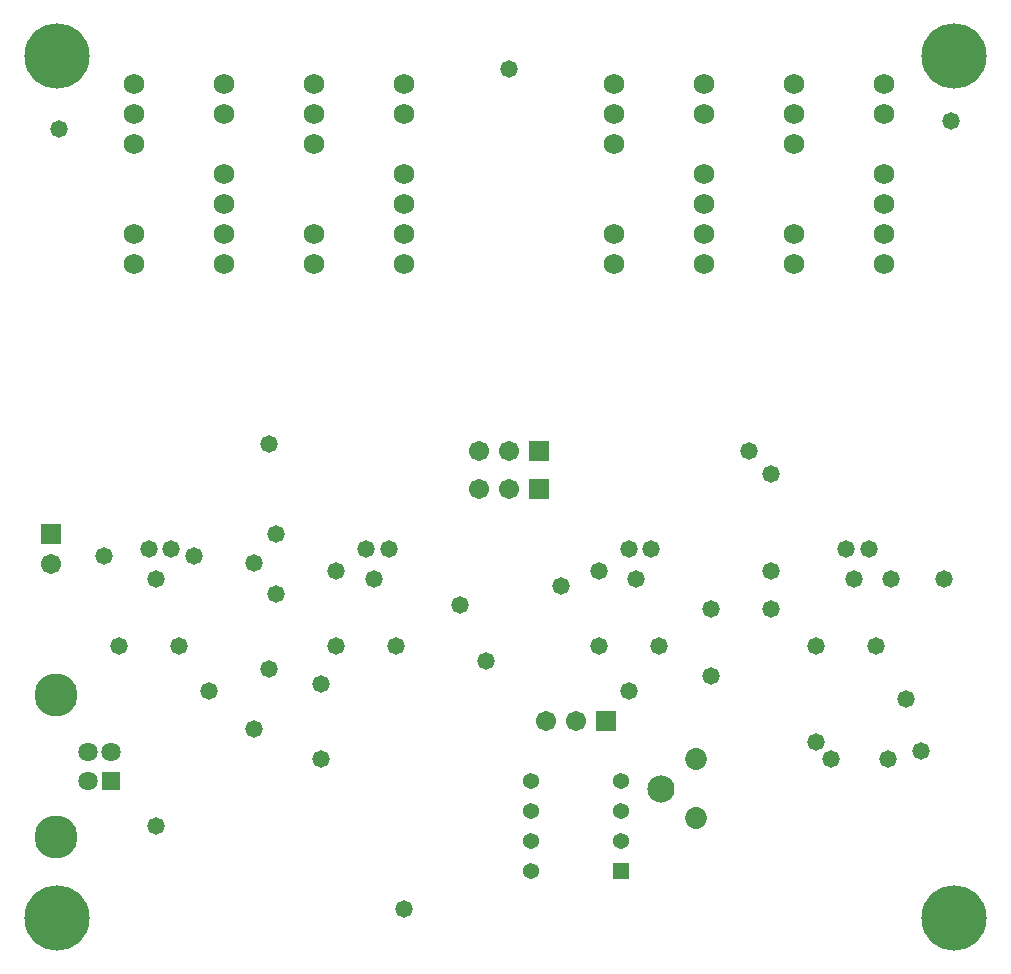
<source format=gbs>
G04 Layer_Color=16711935*
%FSLAX25Y25*%
%MOIN*%
G70*
G01*
G75*
%ADD42R,0.06706X0.06706*%
%ADD43R,0.06706X0.06706*%
%ADD51C,0.06706*%
%ADD52C,0.21745*%
%ADD53C,0.07296*%
%ADD54C,0.09068*%
%ADD55C,0.06800*%
%ADD56C,0.05367*%
%ADD57R,0.05367X0.05367*%
%ADD58C,0.14383*%
%ADD59C,0.06434*%
%ADD60R,0.06434X0.06434*%
%ADD61C,0.05800*%
D42*
X10000Y140000D02*
D03*
D43*
X195000Y77500D02*
D03*
X172500Y167500D02*
D03*
Y155000D02*
D03*
D51*
X10000Y130000D02*
D03*
X185000Y77500D02*
D03*
X175000D02*
D03*
X162500Y167500D02*
D03*
X152500D02*
D03*
X162500Y155000D02*
D03*
X152500D02*
D03*
D52*
X311024Y11811D02*
D03*
X11811D02*
D03*
Y299213D02*
D03*
X311024D02*
D03*
D53*
X225000Y45158D02*
D03*
Y64842D02*
D03*
D54*
X213189Y55000D02*
D03*
D55*
X127500Y260000D02*
D03*
Y290000D02*
D03*
Y280000D02*
D03*
Y250000D02*
D03*
Y240000D02*
D03*
Y230000D02*
D03*
X97500D02*
D03*
Y240000D02*
D03*
Y270000D02*
D03*
Y280000D02*
D03*
Y290000D02*
D03*
X37500D02*
D03*
Y280000D02*
D03*
Y270000D02*
D03*
Y240000D02*
D03*
Y230000D02*
D03*
X67500D02*
D03*
Y240000D02*
D03*
Y250000D02*
D03*
Y280000D02*
D03*
Y290000D02*
D03*
Y260000D02*
D03*
X197500Y290000D02*
D03*
Y280000D02*
D03*
Y270000D02*
D03*
Y240000D02*
D03*
Y230000D02*
D03*
X227500D02*
D03*
Y240000D02*
D03*
Y250000D02*
D03*
Y280000D02*
D03*
Y290000D02*
D03*
Y260000D02*
D03*
X287500D02*
D03*
Y290000D02*
D03*
Y280000D02*
D03*
Y250000D02*
D03*
Y240000D02*
D03*
Y230000D02*
D03*
X257500D02*
D03*
Y240000D02*
D03*
Y270000D02*
D03*
Y280000D02*
D03*
Y290000D02*
D03*
D56*
X170000Y27500D02*
D03*
Y37500D02*
D03*
Y47500D02*
D03*
Y57500D02*
D03*
X200000D02*
D03*
Y47500D02*
D03*
Y37500D02*
D03*
D57*
Y27500D02*
D03*
D58*
X11457Y86122D02*
D03*
Y38721D02*
D03*
D59*
X22126Y57500D02*
D03*
Y67343D02*
D03*
X30000D02*
D03*
D60*
Y57500D02*
D03*
D61*
X162500Y295000D02*
D03*
X310000Y277500D02*
D03*
X12500Y275000D02*
D03*
X127500Y15000D02*
D03*
X45000Y42500D02*
D03*
X307500Y125000D02*
D03*
X155000Y97500D02*
D03*
X242500Y167500D02*
D03*
X82500Y170000D02*
D03*
X146240Y116260D02*
D03*
X250000Y115000D02*
D03*
X57500Y132500D02*
D03*
X85000Y140000D02*
D03*
X117500Y125000D02*
D03*
X277500D02*
D03*
X282500Y135000D02*
D03*
X275000D02*
D03*
X205000Y125000D02*
D03*
X210000Y135000D02*
D03*
X202500D02*
D03*
X192500Y127500D02*
D03*
X122500Y135000D02*
D03*
X115000D02*
D03*
X45000Y125000D02*
D03*
X50000Y135000D02*
D03*
X27500Y132500D02*
D03*
X42500Y135000D02*
D03*
X230000Y115000D02*
D03*
Y92500D02*
D03*
X202500Y87500D02*
D03*
X85000Y120000D02*
D03*
X62500Y87500D02*
D03*
X82500Y95000D02*
D03*
X77500Y75000D02*
D03*
Y130339D02*
D03*
X250000Y127500D02*
D03*
Y160000D02*
D03*
X290000Y125000D02*
D03*
X288858Y65000D02*
D03*
X300000Y67500D02*
D03*
X270000Y65000D02*
D03*
X180000Y122500D02*
D03*
X265000Y70374D02*
D03*
X105000Y127500D02*
D03*
X100000Y90000D02*
D03*
X105000Y102500D02*
D03*
X125000D02*
D03*
X32500D02*
D03*
X52500D02*
D03*
X265000D02*
D03*
X285000D02*
D03*
X212500D02*
D03*
X192500D02*
D03*
X100000Y65000D02*
D03*
X295000Y85000D02*
D03*
M02*

</source>
